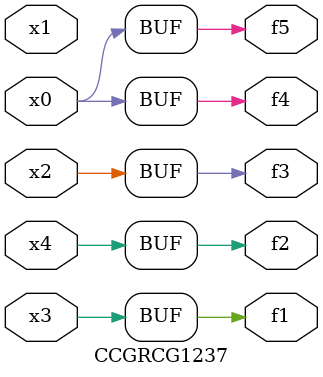
<source format=v>
module CCGRCG1237(
	input x0, x1, x2, x3, x4,
	output f1, f2, f3, f4, f5
);
	assign f1 = x3;
	assign f2 = x4;
	assign f3 = x2;
	assign f4 = x0;
	assign f5 = x0;
endmodule

</source>
